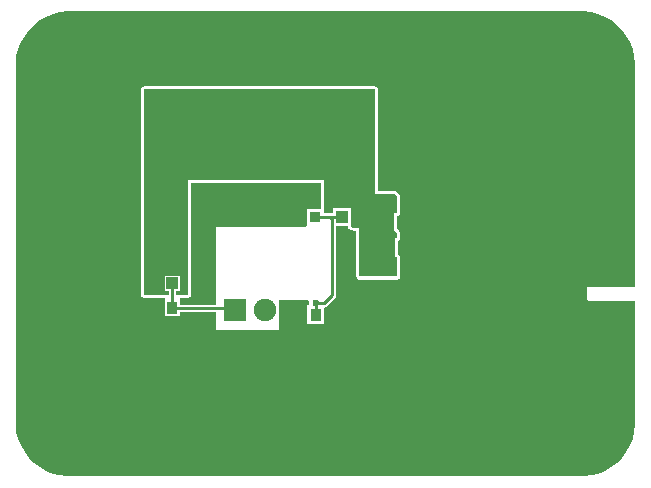
<source format=gbr>
G04*
G04 #@! TF.GenerationSoftware,Altium Limited,Altium Designer,24.4.1 (13)*
G04*
G04 Layer_Physical_Order=4*
G04 Layer_Color=16711680*
%FSLAX25Y25*%
%MOIN*%
G70*
G04*
G04 #@! TF.SameCoordinates,D49A6A7F-BD6C-421B-9F91-F44A7ED913D7*
G04*
G04*
G04 #@! TF.FilePolarity,Positive*
G04*
G01*
G75*
%ADD13C,0.01000*%
%ADD15R,0.14961X0.03150*%
%ADD31C,0.02362*%
%ADD34C,0.07480*%
%ADD35R,0.07480X0.07480*%
%ADD36C,0.06299*%
%ADD37R,0.06299X0.06299*%
%ADD38C,0.23622*%
%ADD39R,0.03961X0.04153*%
%ADD40R,0.03773X0.04355*%
%ADD41R,0.03381X0.03591*%
%ADD42R,0.03740X0.04134*%
%ADD43R,0.04355X0.03773*%
G36*
X173298Y136275D02*
X175638Y135648D01*
X177876Y134721D01*
X179974Y133510D01*
X181896Y132035D01*
X183609Y130322D01*
X185084Y128400D01*
X186296Y126302D01*
X187223Y124064D01*
X187850Y121723D01*
X188166Y119322D01*
Y118110D01*
Y44754D01*
X172520D01*
X172137Y44595D01*
X171978Y44213D01*
Y40669D01*
X172137Y40287D01*
X172520Y40128D01*
X188166D01*
Y0D01*
Y-1211D01*
X187850Y-3613D01*
X187223Y-5953D01*
X186296Y-8191D01*
X185084Y-10289D01*
X183609Y-12211D01*
X181896Y-13924D01*
X179974Y-15399D01*
X177876Y-16611D01*
X175638Y-17538D01*
X173298Y-18165D01*
X170896Y-18481D01*
X169685D01*
X0Y-18481D01*
X-1211D01*
X-3613Y-18165D01*
X-5953Y-17538D01*
X-8191Y-16611D01*
X-10289Y-15399D01*
X-12211Y-13925D01*
X-13925Y-12212D01*
X-15399Y-10289D01*
X-16611Y-8191D01*
X-17538Y-5953D01*
X-18165Y-3613D01*
X-18481Y-1211D01*
Y0D01*
Y118110D01*
Y119322D01*
X-18165Y121723D01*
X-17538Y124064D01*
X-16611Y126302D01*
X-15399Y128400D01*
X-13925Y130322D01*
X-12212Y132035D01*
X-10289Y133510D01*
X-8191Y134721D01*
X-5953Y135648D01*
X-3613Y136275D01*
X-1211Y136591D01*
X170896D01*
X173298Y136275D01*
D02*
G37*
%LPC*%
G36*
X101281Y111544D02*
X24248D01*
X23858Y111466D01*
X23527Y111245D01*
X23306Y110915D01*
X23228Y110524D01*
Y42083D01*
X23306Y41693D01*
X23527Y41362D01*
X23858Y41141D01*
X24248Y41063D01*
X31206D01*
X31464Y40170D01*
X31464D01*
Y34815D01*
X36237D01*
Y36473D01*
X48278D01*
Y30709D01*
X48436Y30326D01*
X48819Y30167D01*
X68801D01*
X69183Y30326D01*
X69342Y30709D01*
Y40404D01*
X79058D01*
X79512Y39725D01*
Y38857D01*
X79276Y38505D01*
X78710D01*
Y32150D01*
X84482D01*
Y37776D01*
X84995Y37878D01*
X85491Y38210D01*
X88011Y40730D01*
X88342Y41226D01*
X88459Y41811D01*
Y64827D01*
X92218D01*
X92256Y64639D01*
X92291Y64450D01*
X92295Y64444D01*
X92296Y64437D01*
X92402Y64277D01*
X92507Y64117D01*
X92513Y64112D01*
X92517Y64106D01*
X92677Y64000D01*
X92834Y63891D01*
X93683Y63525D01*
X93690Y63524D01*
X93696Y63519D01*
X93884Y63482D01*
X94072Y63442D01*
X94079Y63443D01*
X94086Y63442D01*
X95143D01*
Y48150D01*
X95221Y47759D01*
X95442Y47429D01*
X95773Y47208D01*
X96163Y47130D01*
X108631D01*
X109021Y47208D01*
X109352Y47429D01*
X109573Y47759D01*
X109651Y48150D01*
Y54746D01*
X109573Y55136D01*
X109352Y55467D01*
X109170Y55589D01*
Y60036D01*
X109187Y60048D01*
X109350Y60155D01*
X109351Y60158D01*
X109353Y60159D01*
X109463Y60322D01*
X109573Y60485D01*
X109573Y60488D01*
X109575Y60490D01*
X109613Y60682D01*
X109652Y60875D01*
X109661Y62713D01*
X109661Y62714D01*
X109661Y62715D01*
X109624Y62909D01*
X109586Y63103D01*
X109585Y63104D01*
X109585Y63106D01*
X109477Y63268D01*
X109367Y63435D01*
X109365Y63436D01*
X109365Y63437D01*
X108666Y64140D01*
Y68180D01*
X108675D01*
X108869Y68218D01*
X109060Y68255D01*
X109063Y68257D01*
X109065Y68257D01*
X109229Y68367D01*
X109392Y68475D01*
X109394Y68477D01*
X109396Y68478D01*
X109505Y68642D01*
X109615Y68804D01*
X109616Y68807D01*
X109617Y68809D01*
X109655Y69002D01*
X109695Y69194D01*
X109723Y74876D01*
X109723Y74878D01*
X109723Y74879D01*
X109686Y75072D01*
X109648Y75267D01*
X109647Y75268D01*
X109647Y75269D01*
X109538Y75433D01*
X109429Y75599D01*
X109427Y75600D01*
X109427Y75601D01*
X108721Y76310D01*
X108720Y76310D01*
X108720Y76311D01*
X108554Y76422D01*
X108391Y76531D01*
X108390Y76532D01*
X108389Y76533D01*
X108195Y76571D01*
X108001Y76610D01*
X108000Y76610D01*
X107999Y76610D01*
X102301D01*
Y110524D01*
X102223Y110915D01*
X102002Y111245D01*
X101671Y111466D01*
X101281Y111544D01*
D02*
G37*
%LPD*%
G36*
Y75590D02*
X107999D01*
X108704Y74882D01*
X108675Y69199D01*
X107634D01*
Y63427D01*
X107937D01*
X108642Y62718D01*
X108633Y60880D01*
X108150D01*
Y54746D01*
X108631D01*
Y48150D01*
X96163D01*
Y64461D01*
X94086D01*
X93238Y64827D01*
Y70980D01*
X87277D01*
Y69412D01*
X84352D01*
Y80209D01*
X39024D01*
Y42083D01*
X34870D01*
Y43236D01*
X36331D01*
Y48389D01*
X31370D01*
Y43236D01*
X32831D01*
Y42083D01*
X24248D01*
Y110524D01*
X101281D01*
Y75590D01*
D02*
G37*
G36*
X83332Y70679D02*
X78564D01*
Y65088D01*
X77719Y64714D01*
X48819D01*
X48436Y64556D01*
X48278Y64173D01*
Y40945D01*
Y38512D01*
X36237D01*
Y40170D01*
X36237D01*
X36495Y41063D01*
X39024D01*
X39414Y41141D01*
X39745Y41362D01*
X39966Y41693D01*
X40043Y42083D01*
Y79190D01*
X83332D01*
Y70679D01*
D02*
G37*
%LPC*%
G36*
X105488Y59342D02*
X105312D01*
X104726Y59226D01*
X104230Y58894D01*
X104137Y58801D01*
X103805Y58305D01*
X103689Y57719D01*
X103805Y57134D01*
X104137Y56638D01*
X104633Y56306D01*
X105218Y56190D01*
X105803Y56306D01*
X105888Y56363D01*
X106073Y56400D01*
X106570Y56732D01*
X106901Y57228D01*
X107018Y57813D01*
X106901Y58398D01*
X106570Y58894D01*
X106073Y59226D01*
X105488Y59342D01*
D02*
G37*
%LPD*%
D13*
X54728Y36925D02*
G03*
X52905Y38749I-1823J0D01*
G01*
X86489Y67883D02*
X86929Y67444D01*
X84409Y39291D02*
X86929Y41811D01*
Y67444D01*
X86303Y67883D02*
X89928D01*
X81255D02*
X86489D01*
X89928D02*
X90103Y68058D01*
X81693Y39291D02*
X84409D01*
X81693Y35425D02*
Y39291D01*
X81596Y35327D02*
X81693Y35425D01*
X105218Y57719D02*
X105312Y57813D01*
X54161Y37493D02*
X54728Y36925D01*
X33850Y37493D02*
X54161D01*
X33850D02*
Y45812D01*
X105312Y57813D02*
X105488D01*
D15*
X179728Y31500D02*
D03*
Y53350D02*
D03*
D31*
X170606Y45170D02*
D03*
X81693Y39291D02*
D03*
X103543Y51496D02*
D03*
X130475Y15293D02*
D03*
X121459Y-10888D02*
D03*
X59333Y119230D02*
D03*
X26971Y127773D02*
D03*
X10081Y87222D02*
D03*
X-8659Y64387D02*
D03*
X9570Y56907D02*
D03*
X-903Y31671D02*
D03*
X100475Y7812D02*
D03*
X57837Y-7463D02*
D03*
X26459Y1120D02*
D03*
X180751Y88718D02*
D03*
X138861Y111946D02*
D03*
X144255Y53836D02*
D03*
X172522Y69860D02*
D03*
X140475Y73678D02*
D03*
X153507Y90923D02*
D03*
X105039Y123031D02*
D03*
X32083Y25854D02*
D03*
X36020D02*
D03*
X83697Y23295D02*
D03*
X79760D02*
D03*
X68797Y19953D02*
D03*
X49938Y20229D02*
D03*
X44327Y33138D02*
D03*
X54169Y72508D02*
D03*
X44327Y42980D02*
D03*
Y52823D02*
D03*
Y62665D02*
D03*
Y72508D02*
D03*
X173622Y27559D02*
D03*
X177559D02*
D03*
X181496D02*
D03*
X185433D02*
D03*
Y57480D02*
D03*
X181496D02*
D03*
X177559D02*
D03*
X173622D02*
D03*
X68997Y68005D02*
D03*
X111123Y51469D02*
D03*
X117029Y68162D02*
D03*
X75297Y75091D02*
D03*
X117029Y64225D02*
D03*
X116635Y57768D02*
D03*
X112812Y38233D02*
D03*
X116932Y39666D02*
D03*
X121294D02*
D03*
X125656D02*
D03*
X130019D02*
D03*
X134381D02*
D03*
X138743D02*
D03*
X143105D02*
D03*
X147467D02*
D03*
X151830D02*
D03*
X156192D02*
D03*
X160554D02*
D03*
X164916D02*
D03*
X169278D02*
D03*
X166266Y45185D02*
D03*
X161904D02*
D03*
X157542D02*
D03*
X153180D02*
D03*
X148818D02*
D03*
X144455D02*
D03*
X140093D02*
D03*
X135731D02*
D03*
X131369D02*
D03*
X127006D02*
D03*
X122644D02*
D03*
X118282D02*
D03*
X114107Y46448D02*
D03*
D34*
X64728Y36925D02*
D03*
D35*
X54728D02*
D03*
D36*
X115454Y102257D02*
D03*
D37*
X95769D02*
D03*
D38*
X169685Y118110D02*
D03*
X0D02*
D03*
Y0D02*
D03*
X169685Y0D02*
D03*
D39*
X90257Y67904D02*
D03*
Y73617D02*
D03*
X33850Y45812D02*
D03*
Y51526D02*
D03*
D40*
X81596Y30004D02*
D03*
Y35327D02*
D03*
X33850Y32169D02*
D03*
Y37493D02*
D03*
D41*
X75139Y67883D02*
D03*
X81255D02*
D03*
D42*
X111020Y57813D02*
D03*
X105312D02*
D03*
D43*
X105488Y66313D02*
D03*
X110812D02*
D03*
M02*

</source>
